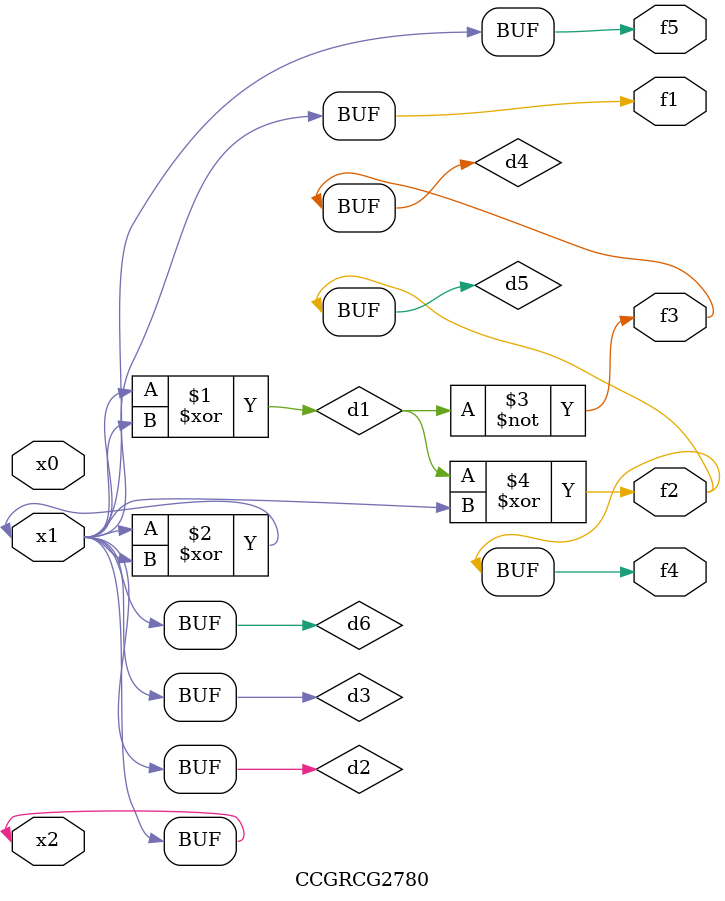
<source format=v>
module CCGRCG2780(
	input x0, x1, x2,
	output f1, f2, f3, f4, f5
);

	wire d1, d2, d3, d4, d5, d6;

	xor (d1, x1, x2);
	buf (d2, x1, x2);
	xor (d3, x1, x2);
	nor (d4, d1);
	xor (d5, d1, d2);
	buf (d6, d2, d3);
	assign f1 = d6;
	assign f2 = d5;
	assign f3 = d4;
	assign f4 = d5;
	assign f5 = d6;
endmodule

</source>
